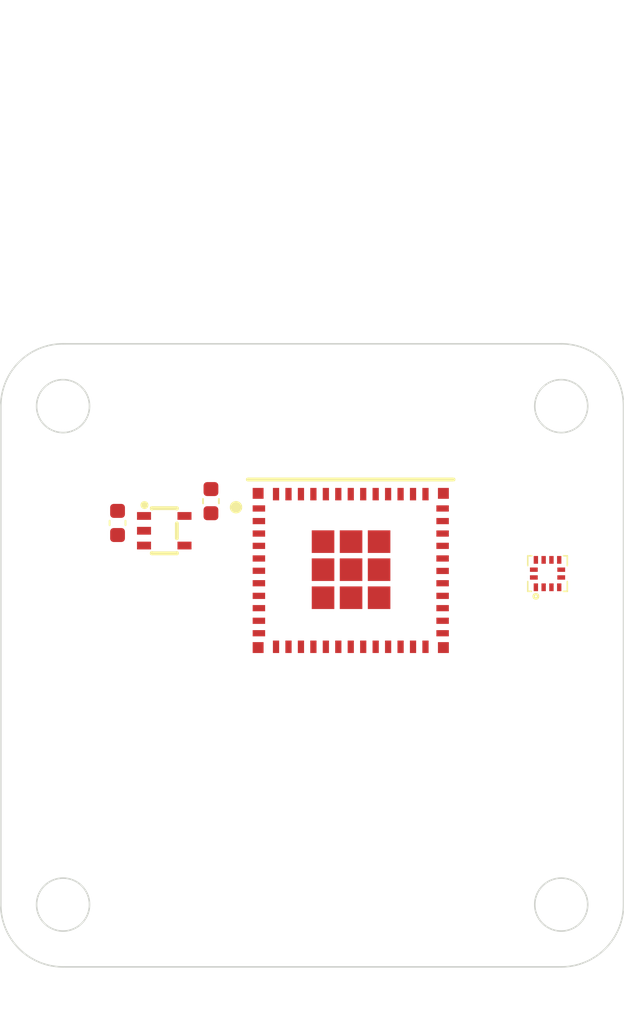
<source format=kicad_pcb>
(kicad_pcb (version 20240108) (generator "pcbnew") (generator_version "8.0")
  (layers (0 "F.Cu" signal) (31 "B.Cu" signal) (34 "B.Paste" user) (35 "F.Paste" user) (36 "B.SilkS" user "B.Silkscreen") (37 "F.SilkS" user "F.Silkscreen") (38 "B.Mask" user) (39 "F.Mask" user) (44 "Edge.Cuts" user))
  (net 0 "")
  (net 1 "vdd")
  (net 2 "sdo_slash_sa0")
  (net 3 "int1")
  (net 4 "cs")
  (net 5 "vdd_io")
  (net 6 "accel-gnd")
  (net 7 "int2")
  (net 8 "res")
  (net 9 "scl_slash_spc")
  (net 10 "sda_slash_sdi_slash_sdo")
  (net 11 "io1")
  (net 12 "power_supply-gnd")
  (net 13 "esp.esp-nc")
  (net 14 "io13")
  (net 15 "power_supply-vcc")
  (net 16 "io6")
  (net 17 "io0")
  (net 18 "io22")
  (net 19 "io3")
  (net 20 "io9")
  (net 21 "io5")
  (net 22 "io14")
  (net 23 "io21")
  (net 24 "io19")
  (net 25 "rxd0")
  (net 26 "io7")
  (net 27 "io2")
  (net 28 "io8")
  (net 29 "io12")
  (net 30 "io15")
  (net 31 "io20")
  (net 32 "io23")
  (net 33 "txd0")
  (net 34 "io4")
  (net 35 "io18")
  (net 36 "en")
  (net 37 "power_supply.ldo.ldo-nc")
  (net 38 "power_supply.ldo-vcc")
  (footprint "lib:WIFIM-SMD_61P-L16.6-W13.2-P0.80-ESP32-C6-MINI-1-N4" (layer "F.Cu") (at 151.98 92.05)
    (property "Reference" "U2" (hide yes))
    (property "Value" "")
    (fp_line (start -6.61 -5.84) (end 6.6 -5.84) (stroke (width 0.25)) (layer "F.SilkS"))
    (fp_circle (center -7.37 -4.06) (end -7.17 -4.06) (stroke (width 0.4)) (fill none) (layer "F.SilkS"))
    (pad "1" smd rect (at -5.9 -3.98) (size 0.8 0.4) (layers "F.Cu" "F.Paste" "F.Mask") (net 12 "power_supply-gnd"))
    (pad "2" smd rect (at -5.9 -3.17) (size 0.8 0.4) (layers "F.Cu" "F.Paste" "F.Mask") (net 12 "power_supply-gnd"))
    (pad "3" smd rect (at -5.9 -2.37) (size 0.8 0.4) (layers "F.Cu" "F.Paste" "F.Mask") (net 15 "power_supply-vcc"))
    (pad "4" smd rect (at -5.9 -1.58) (size 0.8 0.4) (layers "F.Cu" "F.Paste" "F.Mask") (net 13 "esp.esp-nc"))
    (pad "5" smd rect (at -5.9 -0.77) (size 0.8 0.4) (layers "F.Cu" "F.Paste" "F.Mask") (net 27 "io2"))
    (pad "6" smd rect (at -5.9 0.02) (size 0.8 0.4) (layers "F.Cu" "F.Paste" "F.Mask") (net 19 "io3"))
    (pad "7" smd rect (at -5.9 0.82) (size 0.8 0.4) (layers "F.Cu" "F.Paste" "F.Mask") (net 13 "esp.esp-nc"))
    (pad "8" smd rect (at -5.9 1.63) (size 0.8 0.4) (layers "F.Cu" "F.Paste" "F.Mask") (net 36 "en"))
    (pad "9" smd rect (at -5.9 2.42) (size 0.8 0.4) (layers "F.Cu" "F.Paste" "F.Mask") (net 34 "io4"))
    (pad "10" smd rect (at -5.9 3.23) (size 0.8 0.4) (layers "F.Cu" "F.Paste" "F.Mask") (net 21 "io5"))
    (pad "11" smd rect (at -5.9 4.03) (size 0.8 0.4) (layers "F.Cu" "F.Paste" "F.Mask") (net 12 "power_supply-gnd"))
    (pad "12" smd rect (at -4.8 4.9 270) (size 0.8 0.4) (layers "F.Cu" "F.Paste" "F.Mask") (net 17 "io0"))
    (pad "13" smd rect (at -4 4.9 270) (size 0.8 0.4) (layers "F.Cu" "F.Paste" "F.Mask") (net 11 "io1"))
    (pad "14" smd rect (at -3.2 4.9 270) (size 0.8 0.4) (layers "F.Cu" "F.Paste" "F.Mask") (net 12 "power_supply-gnd"))
    (pad "15" smd rect (at -2.4 4.9 270) (size 0.8 0.4) (layers "F.Cu" "F.Paste" "F.Mask") (net 16 "io6"))
    (pad "16" smd rect (at -1.6 4.9 270) (size 0.8 0.4) (layers "F.Cu" "F.Paste" "F.Mask") (net 26 "io7"))
    (pad "17" smd rect (at -0.8 4.9 270) (size 0.8 0.4) (layers "F.Cu" "F.Paste" "F.Mask") (net 29 "io12"))
    (pad "18" smd rect (at 0 4.9 270) (size 0.8 0.4) (layers "F.Cu" "F.Paste" "F.Mask") (net 14 "io13"))
    (pad "19" smd rect (at 0.8 4.9 270) (size 0.8 0.4) (layers "F.Cu" "F.Paste" "F.Mask") (net 22 "io14"))
    (pad "20" smd rect (at 1.6 4.9 270) (size 0.8 0.4) (layers "F.Cu" "F.Paste" "F.Mask") (net 30 "io15"))
    (pad "21" smd rect (at 2.4 4.9 270) (size 0.8 0.4) (layers "F.Cu" "F.Paste" "F.Mask") (net 13 "esp.esp-nc"))
    (pad "22" smd rect (at 3.2 4.9 270) (size 0.8 0.4) (layers "F.Cu" "F.Paste" "F.Mask") (net 28 "io8"))
    (pad "23" smd rect (at 4 4.9 270) (size 0.8 0.4) (layers "F.Cu" "F.Paste" "F.Mask") (net 20 "io9"))
    (pad "24" smd rect (at 4.8 4.9 270) (size 0.8 0.4) (layers "F.Cu" "F.Paste" "F.Mask") (net 35 "io18"))
    (pad "25" smd rect (at 5.9 4.03) (size 0.8 0.4) (layers "F.Cu" "F.Paste" "F.Mask") (net 24 "io19"))
    (pad "26" smd rect (at 5.9 3.23) (size 0.8 0.4) (layers "F.Cu" "F.Paste" "F.Mask") (net 31 "io20"))
    (pad "27" smd rect (at 5.9 2.42) (size 0.8 0.4) (layers "F.Cu" "F.Paste" "F.Mask") (net 23 "io21"))
    (pad "28" smd rect (at 5.9 1.63) (size 0.8 0.4) (layers "F.Cu" "F.Paste" "F.Mask") (net 18 "io22"))
    (pad "29" smd rect (at 5.9 0.82) (size 0.8 0.4) (layers "F.Cu" "F.Paste" "F.Mask") (net 32 "io23"))
    (pad "30" smd rect (at 5.9 0.03) (size 0.8 0.4) (layers "F.Cu" "F.Paste" "F.Mask") (net 25 "rxd0"))
    (pad "31" smd rect (at 5.9 -0.77) (size 0.8 0.4) (layers "F.Cu" "F.Paste" "F.Mask") (net 33 "txd0"))
    (pad "32" smd rect (at 5.9 -1.58) (size 0.8 0.4) (layers "F.Cu" "F.Paste" "F.Mask") (net 13 "esp.esp-nc"))
    (pad "33" smd rect (at 5.9 -2.37) (size 0.8 0.4) (layers "F.Cu" "F.Paste" "F.Mask") (net 13 "esp.esp-nc"))
    (pad "34" smd rect (at 5.9 -3.17) (size 0.8 0.4) (layers "F.Cu" "F.Paste" "F.Mask") (net 13 "esp.esp-nc"))
    (pad "35" smd rect (at 5.9 -3.98) (size 0.8 0.4) (layers "F.Cu" "F.Paste" "F.Mask") (net 13 "esp.esp-nc"))
    (pad "36" smd rect (at 4.8 -4.9 270) (size 0.8 0.4) (layers "F.Cu" "F.Paste" "F.Mask") (net 12 "power_supply-gnd"))
    (pad "37" smd rect (at 4 -4.9 270) (size 0.8 0.4) (layers "F.Cu" "F.Paste" "F.Mask") (net 12 "power_supply-gnd"))
    (pad "38" smd rect (at 3.2 -4.9 270) (size 0.8 0.4) (layers "F.Cu" "F.Paste" "F.Mask") (net 12 "power_supply-gnd"))
    (pad "39" smd rect (at 2.4 -4.9 270) (size 0.8 0.4) (layers "F.Cu" "F.Paste" "F.Mask") (net 12 "power_supply-gnd"))
    (pad "40" smd rect (at 1.6 -4.9 270) (size 0.8 0.4) (layers "F.Cu" "F.Paste" "F.Mask") (net 12 "power_supply-gnd"))
    (pad "41" smd rect (at 0.8 -4.9 270) (size 0.8 0.4) (layers "F.Cu" "F.Paste" "F.Mask") (net 12 "power_supply-gnd"))
    (pad "42" smd rect (at 0 -4.9 270) (size 0.8 0.4) (layers "F.Cu" "F.Paste" "F.Mask") (net 12 "power_supply-gnd"))
    (pad "43" smd rect (at -0.8 -4.9 270) (size 0.8 0.4) (layers "F.Cu" "F.Paste" "F.Mask") (net 12 "power_supply-gnd"))
    (pad "44" smd rect (at -1.6 -4.9 270) (size 0.8 0.4) (layers "F.Cu" "F.Paste" "F.Mask") (net 12 "power_supply-gnd"))
    (pad "45" smd rect (at -2.4 -4.9 270) (size 0.8 0.4) (layers "F.Cu" "F.Paste" "F.Mask") (net 12 "power_supply-gnd"))
    (pad "46" smd rect (at -3.2 -4.9 270) (size 0.8 0.4) (layers "F.Cu" "F.Paste" "F.Mask") (net 12 "power_supply-gnd"))
    (pad "47" smd rect (at -4 -4.9 270) (size 0.8 0.4) (layers "F.Cu" "F.Paste" "F.Mask") (net 12 "power_supply-gnd"))
    (pad "48" smd rect (at -4.8 -4.9 270) (size 0.8 0.4) (layers "F.Cu" "F.Paste" "F.Mask") (net 12 "power_supply-gnd"))
    (pad "49" smd rect (at -1.78 -1.85) (size 1.45 1.45) (layers "F.Cu" "F.Paste" "F.Mask") (net 12 "power_supply-gnd"))
    (pad "49" smd rect (at -1.78 -0.05) (size 1.45 1.45) (layers "F.Cu" "F.Paste" "F.Mask") (net 12 "power_supply-gnd"))
    (pad "49" smd rect (at -1.78 1.75) (size 1.45 1.45) (layers "F.Cu" "F.Paste" "F.Mask") (net 12 "power_supply-gnd"))
    (pad "49" smd rect (at 0.02 -1.85) (size 1.45 1.45) (layers "F.Cu" "F.Paste" "F.Mask") (net 12 "power_supply-gnd"))
    (pad "49" smd rect (at 0.02 -0.05) (size 1.45 1.45) (layers "F.Cu" "F.Paste" "F.Mask") (net 12 "power_supply-gnd"))
    (pad "49" smd rect (at 0.02 1.75) (size 1.45 1.45) (layers "F.Cu" "F.Paste" "F.Mask") (net 12 "power_supply-gnd"))
    (pad "49" smd rect (at 1.82 -1.85) (size 1.45 1.45) (layers "F.Cu" "F.Paste" "F.Mask") (net 12 "power_supply-gnd"))
    (pad "49" smd rect (at 1.82 -0.05) (size 1.45 1.45) (layers "F.Cu" "F.Paste" "F.Mask") (net 12 "power_supply-gnd"))
    (pad "49" smd rect (at 1.82 1.75) (size 1.45 1.45) (layers "F.Cu" "F.Paste" "F.Mask") (net 12 "power_supply-gnd"))
    (pad "50" smd rect (at 5.95 -4.95) (size 0.7 0.7) (layers "F.Cu" "F.Paste" "F.Mask") (net 12 "power_supply-gnd"))
    (pad "51" smd rect (at 5.95 4.95) (size 0.7 0.7) (layers "F.Cu" "F.Paste" "F.Mask") (net 12 "power_supply-gnd"))
    (pad "52" smd rect (at -5.95 4.95) (size 0.7 0.7) (layers "F.Cu" "F.Paste" "F.Mask") (net 12 "power_supply-gnd"))
    (pad "53" smd rect (at -5.95 -4.95) (size 0.7 0.7) (layers "F.Cu" "F.Paste" "F.Mask") (net 12 "power_supply-gnd"))
  )
  (footprint "lib:LGA-12_L2.0-W2.0-P0.50-BL" (layer "F.Cu") (at 164.62 92.25)
    (property "Reference" "U3" (hide yes))
    (property "Value" "")
    (fp_line (start -1.27 -1.14) (end -1.27 -0.51) (stroke (width 0.1)) (layer "F.SilkS"))
    (fp_line (start -1.27 0.51) (end -1.27 1.14) (stroke (width 0.1)) (layer "F.SilkS"))
    (fp_line (start -1.27 1.14) (end -1.04 1.14) (stroke (width 0.1)) (layer "F.SilkS"))
    (fp_line (start -1.01 -1.14) (end -1.27 -1.14) (stroke (width 0.1)) (layer "F.SilkS"))
    (fp_line (start 1.02 -1.14) (end 1.27 -1.14) (stroke (width 0.1)) (layer "F.SilkS"))
    (fp_line (start 1.27 -1.14) (end 1.27 -0.51) (stroke (width 0.1)) (layer "F.SilkS"))
    (fp_line (start 1.27 0.51) (end 1.27 1.14) (stroke (width 0.1)) (layer "F.SilkS"))
    (fp_line (start 1.27 1.14) (end 1.02 1.14) (stroke (width 0.1)) (layer "F.SilkS"))
    (fp_circle (center -0.75 1.46) (end -0.68 1.46) (stroke (width 0.15)) (fill none) (layer "F.SilkS"))
    (pad "1" smd rect (at -0.75 0.88) (size 0.28 0.5) (layers "F.Cu" "F.Paste" "F.Mask") (net 9 "scl_slash_spc"))
    (pad "2" smd rect (at -0.25 0.88) (size 0.28 0.5) (layers "F.Cu" "F.Paste" "F.Mask") (net 4 "cs"))
    (pad "3" smd rect (at 0.25 0.88) (size 0.28 0.5) (layers "F.Cu" "F.Paste" "F.Mask") (net 2 "sdo_slash_sa0"))
    (pad "4" smd rect (at 0.75 0.88) (size 0.28 0.5) (layers "F.Cu" "F.Paste" "F.Mask") (net 10 "sda_slash_sdi_slash_sdo"))
    (pad "5" smd rect (at 0.88 0.25) (size 0.5 0.28) (layers "F.Cu" "F.Paste" "F.Mask") (net 8 "res"))
    (pad "6" smd rect (at 0.88 -0.25) (size 0.5 0.28) (layers "F.Cu" "F.Paste" "F.Mask") (net 6 "accel-gnd"))
    (pad "7" smd rect (at 0.75 -0.88) (size 0.28 0.5) (layers "F.Cu" "F.Paste" "F.Mask") (net 6 "accel-gnd"))
    (pad "8" smd rect (at 0.25 -0.88) (size 0.28 0.5) (layers "F.Cu" "F.Paste" "F.Mask") (net 6 "accel-gnd"))
    (pad "9" smd rect (at -0.25 -0.88) (size 0.28 0.5) (layers "F.Cu" "F.Paste" "F.Mask") (net 1 "vdd"))
    (pad "10" smd rect (at -0.75 -0.88) (size 0.28 0.5) (layers "F.Cu" "F.Paste" "F.Mask") (net 5 "vdd_io"))
    (pad "11" smd rect (at -0.88 -0.25) (size 0.5 0.28) (layers "F.Cu" "F.Paste" "F.Mask") (net 7 "int2"))
    (pad "12" smd rect (at -0.88 0.25) (size 0.5 0.28) (layers "F.Cu" "F.Paste" "F.Mask") (net 3 "int1"))
  )
  (footprint "lib:C0603" (layer "F.Cu") (at 137 89 -90)
    (property "Reference" "C1" (hide yes))
    (property "Value" "10V 10uF X5R ±10% 0603  Multilayer Ceramic Capacitors MLCC - SMD/SMT ROHS")
    (fp_line (start -0.14058 0.51) (end 0.14058 0.51) (stroke (width 0.12)) (layer "F.SilkS"))
    (fp_line (start -0.14058 -0.51) (end 0.14058 -0.51) (stroke (width 0.12)) (layer "F.SilkS"))
    (pad "1" smd roundrect (at -0.775 0 270) (size 0.9 0.95) (layers "F.Cu" "F.Paste" "F.Mask") (net 38 "power_supply.ldo-vcc"))
    (pad "2" smd roundrect (at 0.775 0 270) (size 0.9 0.95) (layers "F.Cu" "F.Paste" "F.Mask") (net 12 "power_supply-gnd"))
  )
  (footprint "lib:SOT-25_L3.0-W1.6-P0.95-LS2.8-TL" (layer "F.Cu") (at 140 89.5)
    (property "Reference" "U1" (hide yes))
    (property "Value" "")
    (fp_line (start -0.8 -1.45) (end -0.8 -1.42) (stroke (width 0.25)) (layer "F.SilkS"))
    (fp_line (start -0.8 -1.45) (end 0.81 -1.45) (stroke (width 0.25)) (layer "F.SilkS"))
    (fp_line (start -0.8 1.43) (end -0.8 1.45) (stroke (width 0.25)) (layer "F.SilkS"))
    (fp_line (start -0.8 1.45) (end 0.81 1.45) (stroke (width 0.25)) (layer "F.SilkS"))
    (fp_line (start 0.81 -1.42) (end 0.81 -1.45) (stroke (width 0.25)) (layer "F.SilkS"))
    (fp_line (start 0.81 0.48) (end 0.81 -0.47) (stroke (width 0.25)) (layer "F.SilkS"))
    (fp_line (start 0.81 1.45) (end 0.81 1.43) (stroke (width 0.25)) (layer "F.SilkS"))
    (fp_circle (center -1.27 -1.65) (end -1.14 -1.65) (stroke (width 0.25)) (fill none) (layer "F.SilkS"))
    (pad "1" smd rect (at -1.3 -0.95 270) (size 0.5 0.9) (layers "F.Cu" "F.Paste" "F.Mask") (net 38 "power_supply.ldo-vcc"))
    (pad "2" smd rect (at -1.3 0 270) (size 0.5 0.9) (layers "F.Cu" "F.Paste" "F.Mask") (net 12 "power_supply-gnd"))
    (pad "3" smd rect (at -1.3 0.95 270) (size 0.5 0.9) (layers "F.Cu" "F.Paste" "F.Mask") (net 38 "power_supply.ldo-vcc"))
    (pad "4" smd rect (at 1.3 0.95 270) (size 0.5 0.9) (layers "F.Cu" "F.Paste" "F.Mask") (net 37 "power_supply.ldo.ldo-nc"))
    (pad "5" smd rect (at 1.3 -0.95 270) (size 0.5 0.9) (layers "F.Cu" "F.Paste" "F.Mask") (net 15 "power_supply-vcc"))
  )
  (footprint "lib:C0603" (layer "F.Cu") (at 143 87.6 90)
    (property "Reference" "C2" (hide yes))
    (property "Value" "10V 10uF X5R ±10% 0603  Multilayer Ceramic Capacitors MLCC - SMD/SMT ROHS")
    (fp_line (start -0.14058 -0.51) (end 0.14058 -0.51) (stroke (width 0.12)) (layer "F.SilkS"))
    (fp_line (start -0.14058 0.51) (end 0.14058 0.51) (stroke (width 0.12)) (layer "F.SilkS"))
    (pad "1" smd roundrect (at -0.775 0 90) (size 0.9 0.95) (layers "F.Cu" "F.Paste" "F.Mask") (net 15 "power_supply-vcc"))
    (pad "2" smd roundrect (at 0.775 0 90) (size 0.9 0.95) (layers "F.Cu" "F.Paste" "F.Mask") (net 12 "power_supply-gnd"))
  )
  (gr_circle (center 133.5 81.5) (end 135.2 81.5) (stroke (width 0.1)) (fill none) (layer "Edge.Cuts"))
  (gr_circle (center 165.5 113.5) (end 167.2 113.5) (stroke (width 0.1)) (fill none) (layer "Edge.Cuts"))
  (gr_circle (center 165.5 81.5) (end 167.2 81.5) (stroke (width 0.1)) (fill none) (layer "Edge.Cuts"))
  (gr_arc (start 169.5 113.5) (mid 168.328427 116.328427) (end 165.5 117.5) (stroke (width 0.1)) (layer "Edge.Cuts"))
  (gr_arc (start 133.5 117.5) (mid 130.671573 116.328427) (end 129.5 113.5) (stroke (width 0.1)) (layer "Edge.Cuts"))
  (gr_line (start 169.5 113.5) (end 169.5 81.5) (stroke (width 0.1)) (layer "Edge.Cuts"))
  (gr_line (start 129.5 81.5) (end 129.5 113.5) (stroke (width 0.1)) (layer "Edge.Cuts"))
  (gr_arc (start 165.5 77.5) (mid 168.328427 78.671573) (end 169.5 81.5) (stroke (width 0.1)) (layer "Edge.Cuts"))
  (gr_line (start 165.5 77.5) (end 133.5 77.5) (stroke (width 0.1)) (layer "Edge.Cuts"))
  (gr_arc (start 129.5 81.5) (mid 130.671573 78.671573) (end 133.5 77.5) (stroke (width 0.1)) (layer "Edge.Cuts"))
  (gr_circle (center 133.5 113.5) (end 135.2 113.5) (stroke (width 0.1)) (fill none) (layer "Edge.Cuts"))
  (gr_line (start 133.5 117.5) (end 165.5 117.5) (stroke (width 0.1)) (layer "Edge.Cuts"))
)
</source>
